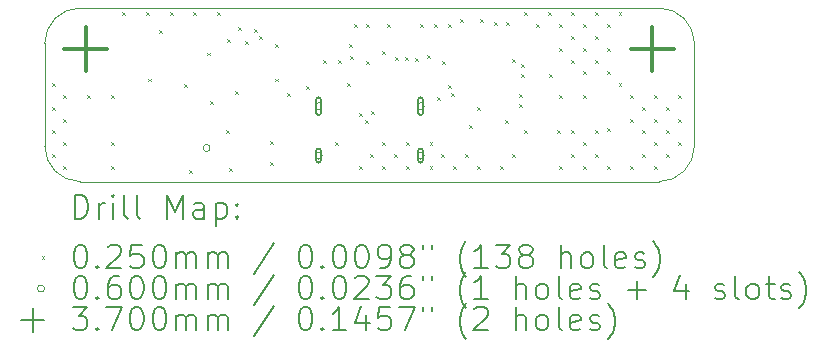
<source format=gbr>
%FSLAX45Y45*%
G04 Gerber Fmt 4.5, Leading zero omitted, Abs format (unit mm)*
G04 Created by KiCad (PCBNEW (6.0.0)) date 2022-11-14 23:44:42*
%MOMM*%
%LPD*%
G01*
G04 APERTURE LIST*
%TA.AperFunction,Profile*%
%ADD10C,0.050000*%
%TD*%
%ADD11C,0.200000*%
%ADD12C,0.025000*%
%ADD13C,0.060000*%
%ADD14C,0.370000*%
G04 APERTURE END LIST*
D10*
X11730000Y-9120000D02*
G75*
G03*
X12030000Y-9420000I300000J0D01*
G01*
X17230000Y-8250000D02*
X17230000Y-9120000D01*
X16930000Y-9420000D02*
X12030000Y-9420000D01*
X17230000Y-8250000D02*
G75*
G03*
X16930000Y-7950000I-300000J0D01*
G01*
X16930000Y-9420000D02*
G75*
G03*
X17230000Y-9120000I0J300000D01*
G01*
X12030000Y-7950000D02*
X16930000Y-7950000D01*
X12030000Y-7950000D02*
G75*
G03*
X11730000Y-8250000I0J-300000D01*
G01*
X11730000Y-8250000D02*
X11730000Y-9120000D01*
D11*
D12*
X11787500Y-8587500D02*
X11812500Y-8612500D01*
X11812500Y-8587500D02*
X11787500Y-8612500D01*
X11787500Y-8787500D02*
X11812500Y-8812500D01*
X11812500Y-8787500D02*
X11787500Y-8812500D01*
X11787500Y-8987500D02*
X11812500Y-9012500D01*
X11812500Y-8987500D02*
X11787500Y-9012500D01*
X11787500Y-9187500D02*
X11812500Y-9212500D01*
X11812500Y-9187500D02*
X11787500Y-9212500D01*
X11887500Y-8687500D02*
X11912500Y-8712500D01*
X11912500Y-8687500D02*
X11887500Y-8712500D01*
X11887500Y-8887500D02*
X11912500Y-8912500D01*
X11912500Y-8887500D02*
X11887500Y-8912500D01*
X11887500Y-9087500D02*
X11912500Y-9112500D01*
X11912500Y-9087500D02*
X11887500Y-9112500D01*
X11887500Y-9287500D02*
X11912500Y-9312500D01*
X11912500Y-9287500D02*
X11887500Y-9312500D01*
X12087500Y-8687500D02*
X12112500Y-8712500D01*
X12112500Y-8687500D02*
X12087500Y-8712500D01*
X12287500Y-8687500D02*
X12312500Y-8712500D01*
X12312500Y-8687500D02*
X12287500Y-8712500D01*
X12287500Y-9087500D02*
X12312500Y-9112500D01*
X12312500Y-9087500D02*
X12287500Y-9112500D01*
X12287500Y-9287500D02*
X12312500Y-9312500D01*
X12312500Y-9287500D02*
X12287500Y-9312500D01*
X12387500Y-7987500D02*
X12412500Y-8012500D01*
X12412500Y-7987500D02*
X12387500Y-8012500D01*
X12587500Y-7987500D02*
X12612500Y-8012500D01*
X12612500Y-7987500D02*
X12587500Y-8012500D01*
X12602500Y-8547500D02*
X12627500Y-8572500D01*
X12627500Y-8547500D02*
X12602500Y-8572500D01*
X12697500Y-8137500D02*
X12722500Y-8162500D01*
X12722500Y-8137500D02*
X12697500Y-8162500D01*
X12787500Y-7987500D02*
X12812500Y-8012500D01*
X12812500Y-7987500D02*
X12787500Y-8012500D01*
X12907500Y-8592500D02*
X12932500Y-8617500D01*
X12932500Y-8592500D02*
X12907500Y-8617500D01*
X12952500Y-9322500D02*
X12977500Y-9347500D01*
X12977500Y-9322500D02*
X12952500Y-9347500D01*
X12987500Y-7987500D02*
X13012500Y-8012500D01*
X13012500Y-7987500D02*
X12987500Y-8012500D01*
X13107500Y-8327500D02*
X13132500Y-8352500D01*
X13132500Y-8327500D02*
X13107500Y-8352500D01*
X13127163Y-8742163D02*
X13152163Y-8767163D01*
X13152163Y-8742163D02*
X13127163Y-8767163D01*
X13187500Y-7987500D02*
X13212500Y-8012500D01*
X13212500Y-7987500D02*
X13187500Y-8012500D01*
X13267500Y-8982500D02*
X13292500Y-9007500D01*
X13292500Y-8982500D02*
X13267500Y-9007500D01*
X13271700Y-8217100D02*
X13296700Y-8242100D01*
X13296700Y-8217100D02*
X13271700Y-8242100D01*
X13287500Y-9302500D02*
X13312500Y-9327500D01*
X13312500Y-9302500D02*
X13287500Y-9327500D01*
X13337500Y-8657500D02*
X13362500Y-8682500D01*
X13362500Y-8657500D02*
X13337500Y-8682500D01*
X13367500Y-8107950D02*
X13392500Y-8132950D01*
X13392500Y-8107950D02*
X13367500Y-8132950D01*
X13422500Y-8232500D02*
X13447500Y-8257500D01*
X13447500Y-8232500D02*
X13422500Y-8257500D01*
X13502500Y-8127500D02*
X13527500Y-8152500D01*
X13527500Y-8127500D02*
X13502500Y-8152500D01*
X13547500Y-8190000D02*
X13572500Y-8215000D01*
X13572500Y-8190000D02*
X13547500Y-8215000D01*
X13637500Y-9077500D02*
X13662500Y-9102500D01*
X13662500Y-9077500D02*
X13637500Y-9102500D01*
X13637500Y-9252500D02*
X13662500Y-9277500D01*
X13662500Y-9252500D02*
X13637500Y-9277500D01*
X13677500Y-8547500D02*
X13702500Y-8572500D01*
X13702500Y-8547500D02*
X13677500Y-8572500D01*
X13682500Y-8257500D02*
X13707500Y-8282500D01*
X13707500Y-8257500D02*
X13682500Y-8282500D01*
X13777500Y-8667500D02*
X13802500Y-8692500D01*
X13802500Y-8667500D02*
X13777500Y-8692500D01*
X13942500Y-8612500D02*
X13967500Y-8637500D01*
X13967500Y-8612500D02*
X13942500Y-8637500D01*
X14087500Y-8392500D02*
X14112500Y-8417500D01*
X14112500Y-8392500D02*
X14087500Y-8417500D01*
X14187500Y-9087500D02*
X14212500Y-9112500D01*
X14212500Y-9087500D02*
X14187500Y-9112500D01*
X14211500Y-8394900D02*
X14236500Y-8419900D01*
X14236500Y-8394900D02*
X14211500Y-8419900D01*
X14287500Y-8587500D02*
X14312500Y-8612500D01*
X14312500Y-8587500D02*
X14287500Y-8612500D01*
X14302500Y-8257500D02*
X14327500Y-8282500D01*
X14327500Y-8257500D02*
X14302500Y-8282500D01*
X14312837Y-8355504D02*
X14337837Y-8380504D01*
X14337837Y-8355504D02*
X14312837Y-8380504D01*
X14347500Y-8087500D02*
X14372500Y-8112500D01*
X14372500Y-8087500D02*
X14347500Y-8112500D01*
X14387500Y-9287500D02*
X14412500Y-9312500D01*
X14412500Y-9287500D02*
X14387500Y-9312500D01*
X14392500Y-8842500D02*
X14417500Y-8867500D01*
X14417500Y-8842500D02*
X14392500Y-8867500D01*
X14442500Y-8902500D02*
X14467500Y-8927500D01*
X14467500Y-8902500D02*
X14442500Y-8927500D01*
X14452500Y-8087500D02*
X14477500Y-8112500D01*
X14477500Y-8087500D02*
X14452500Y-8112500D01*
X14452500Y-8402500D02*
X14477500Y-8427500D01*
X14477500Y-8402500D02*
X14452500Y-8427500D01*
X14487500Y-9187500D02*
X14512500Y-9212500D01*
X14512500Y-9187500D02*
X14487500Y-9212500D01*
X14490337Y-8820337D02*
X14515337Y-8845337D01*
X14515337Y-8820337D02*
X14490337Y-8845337D01*
X14587447Y-8312550D02*
X14612447Y-8337550D01*
X14612447Y-8312550D02*
X14587447Y-8337550D01*
X14587500Y-9087500D02*
X14612500Y-9112500D01*
X14612500Y-9087500D02*
X14587500Y-9112500D01*
X14587500Y-9287500D02*
X14612500Y-9312500D01*
X14612500Y-9287500D02*
X14587500Y-9312500D01*
X14627500Y-8087500D02*
X14652500Y-8112500D01*
X14652500Y-8087500D02*
X14627500Y-8112500D01*
X14687500Y-9187500D02*
X14712500Y-9212500D01*
X14712500Y-9187500D02*
X14687500Y-9212500D01*
X14697500Y-8362500D02*
X14722500Y-8387500D01*
X14722500Y-8362500D02*
X14697500Y-8387500D01*
X14777500Y-8367500D02*
X14802500Y-8392500D01*
X14802500Y-8367500D02*
X14777500Y-8392500D01*
X14787500Y-9087500D02*
X14812500Y-9112500D01*
X14812500Y-9087500D02*
X14787500Y-9112500D01*
X14787500Y-9287500D02*
X14812500Y-9312500D01*
X14812500Y-9287500D02*
X14787500Y-9312500D01*
X14862500Y-8372500D02*
X14887500Y-8397500D01*
X14887500Y-8372500D02*
X14862500Y-8397500D01*
X14907500Y-8087500D02*
X14932500Y-8112500D01*
X14932500Y-8087500D02*
X14907500Y-8112500D01*
X14967500Y-8347500D02*
X14992500Y-8372500D01*
X14992500Y-8347500D02*
X14967500Y-8372500D01*
X14987500Y-9087500D02*
X15012500Y-9112500D01*
X15012500Y-9087500D02*
X14987500Y-9112500D01*
X14987500Y-9287500D02*
X15012500Y-9312500D01*
X15012500Y-9287500D02*
X14987500Y-9312500D01*
X15027500Y-8087500D02*
X15052500Y-8112500D01*
X15052500Y-8087500D02*
X15027500Y-8112500D01*
X15047500Y-8707500D02*
X15072500Y-8732500D01*
X15072500Y-8707500D02*
X15047500Y-8732500D01*
X15087500Y-9187500D02*
X15112500Y-9212500D01*
X15112500Y-9187500D02*
X15087500Y-9212500D01*
X15092724Y-8397827D02*
X15117724Y-8422827D01*
X15117724Y-8397827D02*
X15092724Y-8422827D01*
X15142500Y-8602500D02*
X15167500Y-8627500D01*
X15167500Y-8602500D02*
X15142500Y-8627500D01*
X15147500Y-8087500D02*
X15172500Y-8112500D01*
X15172500Y-8087500D02*
X15147500Y-8112500D01*
X15172500Y-8672500D02*
X15197500Y-8697500D01*
X15197500Y-8672500D02*
X15172500Y-8697500D01*
X15187500Y-9287500D02*
X15212500Y-9312500D01*
X15212500Y-9287500D02*
X15187500Y-9312500D01*
X15247500Y-8047500D02*
X15272500Y-8072500D01*
X15272500Y-8047500D02*
X15247500Y-8072500D01*
X15287500Y-9187500D02*
X15312500Y-9212500D01*
X15312500Y-9187500D02*
X15287500Y-9212500D01*
X15322500Y-8942500D02*
X15347500Y-8967500D01*
X15347500Y-8942500D02*
X15322500Y-8967500D01*
X15387500Y-8787500D02*
X15412500Y-8812500D01*
X15412500Y-8787500D02*
X15387500Y-8812500D01*
X15387500Y-9287500D02*
X15412500Y-9312500D01*
X15412500Y-9287500D02*
X15387500Y-9312500D01*
X15417500Y-8047500D02*
X15442500Y-8072500D01*
X15442500Y-8047500D02*
X15417500Y-8072500D01*
X15537500Y-8067500D02*
X15562500Y-8092500D01*
X15562500Y-8067500D02*
X15537500Y-8092500D01*
X15587500Y-9287500D02*
X15612500Y-9312500D01*
X15612500Y-9287500D02*
X15587500Y-9312500D01*
X15627500Y-8897500D02*
X15652500Y-8922500D01*
X15652500Y-8897500D02*
X15627500Y-8922500D01*
X15637500Y-8072500D02*
X15662500Y-8097500D01*
X15662500Y-8072500D02*
X15637500Y-8097500D01*
X15687500Y-8380550D02*
X15712500Y-8405550D01*
X15712500Y-8380550D02*
X15687500Y-8405550D01*
X15687500Y-9187500D02*
X15712500Y-9212500D01*
X15712500Y-9187500D02*
X15687500Y-9212500D01*
X15742500Y-8682500D02*
X15767500Y-8707500D01*
X15767500Y-8682500D02*
X15742500Y-8707500D01*
X15742500Y-8767500D02*
X15767500Y-8792500D01*
X15767500Y-8767500D02*
X15742500Y-8792500D01*
X15762500Y-8422500D02*
X15787500Y-8447500D01*
X15787500Y-8422500D02*
X15762500Y-8447500D01*
X15762500Y-8512500D02*
X15787500Y-8537500D01*
X15787500Y-8512500D02*
X15762500Y-8537500D01*
X15787500Y-7987500D02*
X15812500Y-8012500D01*
X15812500Y-7987500D02*
X15787500Y-8012500D01*
X15787500Y-8987500D02*
X15812500Y-9012500D01*
X15812500Y-8987500D02*
X15787500Y-9012500D01*
X15887500Y-8087500D02*
X15912500Y-8112500D01*
X15912500Y-8087500D02*
X15887500Y-8112500D01*
X15987500Y-7987500D02*
X16012500Y-8012500D01*
X16012500Y-7987500D02*
X15987500Y-8012500D01*
X15997500Y-8507500D02*
X16022500Y-8532500D01*
X16022500Y-8507500D02*
X15997500Y-8532500D01*
X16067500Y-8987500D02*
X16092500Y-9012500D01*
X16092500Y-8987500D02*
X16067500Y-9012500D01*
X16087500Y-8087500D02*
X16112500Y-8112500D01*
X16112500Y-8087500D02*
X16087500Y-8112500D01*
X16087500Y-8287500D02*
X16112500Y-8312500D01*
X16112500Y-8287500D02*
X16087500Y-8312500D01*
X16087500Y-8687500D02*
X16112500Y-8712500D01*
X16112500Y-8687500D02*
X16087500Y-8712500D01*
X16087500Y-9287500D02*
X16112500Y-9312500D01*
X16112500Y-9287500D02*
X16087500Y-9312500D01*
X16187500Y-7987500D02*
X16212500Y-8012500D01*
X16212500Y-7987500D02*
X16187500Y-8012500D01*
X16187500Y-8187500D02*
X16212500Y-8212500D01*
X16212500Y-8187500D02*
X16187500Y-8212500D01*
X16187500Y-8387500D02*
X16212500Y-8412500D01*
X16212500Y-8387500D02*
X16187500Y-8412500D01*
X16187500Y-8987500D02*
X16212500Y-9012500D01*
X16212500Y-8987500D02*
X16187500Y-9012500D01*
X16187500Y-9187500D02*
X16212500Y-9212500D01*
X16212500Y-9187500D02*
X16187500Y-9212500D01*
X16287500Y-8087500D02*
X16312500Y-8112500D01*
X16312500Y-8087500D02*
X16287500Y-8112500D01*
X16287500Y-8287500D02*
X16312500Y-8312500D01*
X16312500Y-8287500D02*
X16287500Y-8312500D01*
X16287500Y-8487500D02*
X16312500Y-8512500D01*
X16312500Y-8487500D02*
X16287500Y-8512500D01*
X16287500Y-8687500D02*
X16312500Y-8712500D01*
X16312500Y-8687500D02*
X16287500Y-8712500D01*
X16287500Y-9087500D02*
X16312500Y-9112500D01*
X16312500Y-9087500D02*
X16287500Y-9112500D01*
X16287500Y-9287500D02*
X16312500Y-9312500D01*
X16312500Y-9287500D02*
X16287500Y-9312500D01*
X16387500Y-7987500D02*
X16412500Y-8012500D01*
X16412500Y-7987500D02*
X16387500Y-8012500D01*
X16387500Y-8187500D02*
X16412500Y-8212500D01*
X16412500Y-8187500D02*
X16387500Y-8212500D01*
X16387500Y-8387500D02*
X16412500Y-8412500D01*
X16412500Y-8387500D02*
X16387500Y-8412500D01*
X16387500Y-8987500D02*
X16412500Y-9012500D01*
X16412500Y-8987500D02*
X16387500Y-9012500D01*
X16387500Y-9187500D02*
X16412500Y-9212500D01*
X16412500Y-9187500D02*
X16387500Y-9212500D01*
X16487500Y-8087500D02*
X16512500Y-8112500D01*
X16512500Y-8087500D02*
X16487500Y-8112500D01*
X16487500Y-8287500D02*
X16512500Y-8312500D01*
X16512500Y-8287500D02*
X16487500Y-8312500D01*
X16487500Y-8487500D02*
X16512500Y-8512500D01*
X16512500Y-8487500D02*
X16487500Y-8512500D01*
X16487500Y-8967500D02*
X16512500Y-8992500D01*
X16512500Y-8967500D02*
X16487500Y-8992500D01*
X16487500Y-9287500D02*
X16512500Y-9312500D01*
X16512500Y-9287500D02*
X16487500Y-9312500D01*
X16587500Y-7987500D02*
X16612500Y-8012500D01*
X16612500Y-7987500D02*
X16587500Y-8012500D01*
X16587500Y-8587500D02*
X16612500Y-8612500D01*
X16612500Y-8587500D02*
X16587500Y-8612500D01*
X16687500Y-8687500D02*
X16712500Y-8712500D01*
X16712500Y-8687500D02*
X16687500Y-8712500D01*
X16687500Y-8887500D02*
X16712500Y-8912500D01*
X16712500Y-8887500D02*
X16687500Y-8912500D01*
X16687500Y-9287500D02*
X16712500Y-9312500D01*
X16712500Y-9287500D02*
X16687500Y-9312500D01*
X16787500Y-8787500D02*
X16812500Y-8812500D01*
X16812500Y-8787500D02*
X16787500Y-8812500D01*
X16787500Y-8987500D02*
X16812500Y-9012500D01*
X16812500Y-8987500D02*
X16787500Y-9012500D01*
X16787500Y-9187500D02*
X16812500Y-9212500D01*
X16812500Y-9187500D02*
X16787500Y-9212500D01*
X16887500Y-8687500D02*
X16912500Y-8712500D01*
X16912500Y-8687500D02*
X16887500Y-8712500D01*
X16887500Y-8887500D02*
X16912500Y-8912500D01*
X16912500Y-8887500D02*
X16887500Y-8912500D01*
X16887500Y-9087500D02*
X16912500Y-9112500D01*
X16912500Y-9087500D02*
X16887500Y-9112500D01*
X16887500Y-9287500D02*
X16912500Y-9312500D01*
X16912500Y-9287500D02*
X16887500Y-9312500D01*
X16987500Y-8787500D02*
X17012500Y-8812500D01*
X17012500Y-8787500D02*
X16987500Y-8812500D01*
X16987500Y-8987500D02*
X17012500Y-9012500D01*
X17012500Y-8987500D02*
X16987500Y-9012500D01*
X16987500Y-9187500D02*
X17012500Y-9212500D01*
X17012500Y-9187500D02*
X16987500Y-9212500D01*
X17087500Y-8687500D02*
X17112500Y-8712500D01*
X17112500Y-8687500D02*
X17087500Y-8712500D01*
X17087500Y-8887500D02*
X17112500Y-8912500D01*
X17112500Y-8887500D02*
X17087500Y-8912500D01*
X17087500Y-9087500D02*
X17112500Y-9112500D01*
X17112500Y-9087500D02*
X17087500Y-9112500D01*
D13*
X13130000Y-9135000D02*
G75*
G03*
X13130000Y-9135000I-30000J0D01*
G01*
X14078000Y-8782000D02*
G75*
G03*
X14078000Y-8782000I-30000J0D01*
G01*
D11*
X14028000Y-8727000D02*
X14028000Y-8837000D01*
X14068000Y-8727000D02*
X14068000Y-8837000D01*
X14028000Y-8837000D02*
G75*
G03*
X14068000Y-8837000I20000J0D01*
G01*
X14068000Y-8727000D02*
G75*
G03*
X14028000Y-8727000I-20000J0D01*
G01*
D13*
X14078000Y-9200000D02*
G75*
G03*
X14078000Y-9200000I-30000J0D01*
G01*
D11*
X14028000Y-9160000D02*
X14028000Y-9240000D01*
X14068000Y-9160000D02*
X14068000Y-9240000D01*
X14028000Y-9240000D02*
G75*
G03*
X14068000Y-9240000I20000J0D01*
G01*
X14068000Y-9160000D02*
G75*
G03*
X14028000Y-9160000I-20000J0D01*
G01*
D13*
X14942000Y-8782000D02*
G75*
G03*
X14942000Y-8782000I-30000J0D01*
G01*
D11*
X14892000Y-8727000D02*
X14892000Y-8837000D01*
X14932000Y-8727000D02*
X14932000Y-8837000D01*
X14892000Y-8837000D02*
G75*
G03*
X14932000Y-8837000I20000J0D01*
G01*
X14932000Y-8727000D02*
G75*
G03*
X14892000Y-8727000I-20000J0D01*
G01*
D13*
X14942000Y-9200000D02*
G75*
G03*
X14942000Y-9200000I-30000J0D01*
G01*
D11*
X14892000Y-9160000D02*
X14892000Y-9240000D01*
X14932000Y-9160000D02*
X14932000Y-9240000D01*
X14892000Y-9240000D02*
G75*
G03*
X14932000Y-9240000I20000J0D01*
G01*
X14932000Y-9160000D02*
G75*
G03*
X14892000Y-9160000I-20000J0D01*
G01*
D14*
X12075000Y-8110000D02*
X12075000Y-8480000D01*
X11890000Y-8295000D02*
X12260000Y-8295000D01*
X16875000Y-8110000D02*
X16875000Y-8480000D01*
X16690000Y-8295000D02*
X17060000Y-8295000D01*
D11*
X11985119Y-9732976D02*
X11985119Y-9532976D01*
X12032738Y-9532976D01*
X12061309Y-9542500D01*
X12080357Y-9561548D01*
X12089881Y-9580595D01*
X12099405Y-9618690D01*
X12099405Y-9647262D01*
X12089881Y-9685357D01*
X12080357Y-9704405D01*
X12061309Y-9723452D01*
X12032738Y-9732976D01*
X11985119Y-9732976D01*
X12185119Y-9732976D02*
X12185119Y-9599643D01*
X12185119Y-9637738D02*
X12194643Y-9618690D01*
X12204167Y-9609167D01*
X12223214Y-9599643D01*
X12242262Y-9599643D01*
X12308928Y-9732976D02*
X12308928Y-9599643D01*
X12308928Y-9532976D02*
X12299405Y-9542500D01*
X12308928Y-9552024D01*
X12318452Y-9542500D01*
X12308928Y-9532976D01*
X12308928Y-9552024D01*
X12432738Y-9732976D02*
X12413690Y-9723452D01*
X12404167Y-9704405D01*
X12404167Y-9532976D01*
X12537500Y-9732976D02*
X12518452Y-9723452D01*
X12508928Y-9704405D01*
X12508928Y-9532976D01*
X12766071Y-9732976D02*
X12766071Y-9532976D01*
X12832738Y-9675833D01*
X12899405Y-9532976D01*
X12899405Y-9732976D01*
X13080357Y-9732976D02*
X13080357Y-9628214D01*
X13070833Y-9609167D01*
X13051786Y-9599643D01*
X13013690Y-9599643D01*
X12994643Y-9609167D01*
X13080357Y-9723452D02*
X13061309Y-9732976D01*
X13013690Y-9732976D01*
X12994643Y-9723452D01*
X12985119Y-9704405D01*
X12985119Y-9685357D01*
X12994643Y-9666310D01*
X13013690Y-9656786D01*
X13061309Y-9656786D01*
X13080357Y-9647262D01*
X13175595Y-9599643D02*
X13175595Y-9799643D01*
X13175595Y-9609167D02*
X13194643Y-9599643D01*
X13232738Y-9599643D01*
X13251786Y-9609167D01*
X13261309Y-9618690D01*
X13270833Y-9637738D01*
X13270833Y-9694881D01*
X13261309Y-9713929D01*
X13251786Y-9723452D01*
X13232738Y-9732976D01*
X13194643Y-9732976D01*
X13175595Y-9723452D01*
X13356548Y-9713929D02*
X13366071Y-9723452D01*
X13356548Y-9732976D01*
X13347024Y-9723452D01*
X13356548Y-9713929D01*
X13356548Y-9732976D01*
X13356548Y-9609167D02*
X13366071Y-9618690D01*
X13356548Y-9628214D01*
X13347024Y-9618690D01*
X13356548Y-9609167D01*
X13356548Y-9628214D01*
D12*
X11702500Y-10050000D02*
X11727500Y-10075000D01*
X11727500Y-10050000D02*
X11702500Y-10075000D01*
D11*
X12023214Y-9952976D02*
X12042262Y-9952976D01*
X12061309Y-9962500D01*
X12070833Y-9972024D01*
X12080357Y-9991071D01*
X12089881Y-10029167D01*
X12089881Y-10076786D01*
X12080357Y-10114881D01*
X12070833Y-10133929D01*
X12061309Y-10143452D01*
X12042262Y-10152976D01*
X12023214Y-10152976D01*
X12004167Y-10143452D01*
X11994643Y-10133929D01*
X11985119Y-10114881D01*
X11975595Y-10076786D01*
X11975595Y-10029167D01*
X11985119Y-9991071D01*
X11994643Y-9972024D01*
X12004167Y-9962500D01*
X12023214Y-9952976D01*
X12175595Y-10133929D02*
X12185119Y-10143452D01*
X12175595Y-10152976D01*
X12166071Y-10143452D01*
X12175595Y-10133929D01*
X12175595Y-10152976D01*
X12261309Y-9972024D02*
X12270833Y-9962500D01*
X12289881Y-9952976D01*
X12337500Y-9952976D01*
X12356548Y-9962500D01*
X12366071Y-9972024D01*
X12375595Y-9991071D01*
X12375595Y-10010119D01*
X12366071Y-10038690D01*
X12251786Y-10152976D01*
X12375595Y-10152976D01*
X12556548Y-9952976D02*
X12461309Y-9952976D01*
X12451786Y-10048214D01*
X12461309Y-10038690D01*
X12480357Y-10029167D01*
X12527976Y-10029167D01*
X12547024Y-10038690D01*
X12556548Y-10048214D01*
X12566071Y-10067262D01*
X12566071Y-10114881D01*
X12556548Y-10133929D01*
X12547024Y-10143452D01*
X12527976Y-10152976D01*
X12480357Y-10152976D01*
X12461309Y-10143452D01*
X12451786Y-10133929D01*
X12689881Y-9952976D02*
X12708928Y-9952976D01*
X12727976Y-9962500D01*
X12737500Y-9972024D01*
X12747024Y-9991071D01*
X12756548Y-10029167D01*
X12756548Y-10076786D01*
X12747024Y-10114881D01*
X12737500Y-10133929D01*
X12727976Y-10143452D01*
X12708928Y-10152976D01*
X12689881Y-10152976D01*
X12670833Y-10143452D01*
X12661309Y-10133929D01*
X12651786Y-10114881D01*
X12642262Y-10076786D01*
X12642262Y-10029167D01*
X12651786Y-9991071D01*
X12661309Y-9972024D01*
X12670833Y-9962500D01*
X12689881Y-9952976D01*
X12842262Y-10152976D02*
X12842262Y-10019643D01*
X12842262Y-10038690D02*
X12851786Y-10029167D01*
X12870833Y-10019643D01*
X12899405Y-10019643D01*
X12918452Y-10029167D01*
X12927976Y-10048214D01*
X12927976Y-10152976D01*
X12927976Y-10048214D02*
X12937500Y-10029167D01*
X12956548Y-10019643D01*
X12985119Y-10019643D01*
X13004167Y-10029167D01*
X13013690Y-10048214D01*
X13013690Y-10152976D01*
X13108928Y-10152976D02*
X13108928Y-10019643D01*
X13108928Y-10038690D02*
X13118452Y-10029167D01*
X13137500Y-10019643D01*
X13166071Y-10019643D01*
X13185119Y-10029167D01*
X13194643Y-10048214D01*
X13194643Y-10152976D01*
X13194643Y-10048214D02*
X13204167Y-10029167D01*
X13223214Y-10019643D01*
X13251786Y-10019643D01*
X13270833Y-10029167D01*
X13280357Y-10048214D01*
X13280357Y-10152976D01*
X13670833Y-9943452D02*
X13499405Y-10200595D01*
X13927976Y-9952976D02*
X13947024Y-9952976D01*
X13966071Y-9962500D01*
X13975595Y-9972024D01*
X13985119Y-9991071D01*
X13994643Y-10029167D01*
X13994643Y-10076786D01*
X13985119Y-10114881D01*
X13975595Y-10133929D01*
X13966071Y-10143452D01*
X13947024Y-10152976D01*
X13927976Y-10152976D01*
X13908928Y-10143452D01*
X13899405Y-10133929D01*
X13889881Y-10114881D01*
X13880357Y-10076786D01*
X13880357Y-10029167D01*
X13889881Y-9991071D01*
X13899405Y-9972024D01*
X13908928Y-9962500D01*
X13927976Y-9952976D01*
X14080357Y-10133929D02*
X14089881Y-10143452D01*
X14080357Y-10152976D01*
X14070833Y-10143452D01*
X14080357Y-10133929D01*
X14080357Y-10152976D01*
X14213690Y-9952976D02*
X14232738Y-9952976D01*
X14251786Y-9962500D01*
X14261309Y-9972024D01*
X14270833Y-9991071D01*
X14280357Y-10029167D01*
X14280357Y-10076786D01*
X14270833Y-10114881D01*
X14261309Y-10133929D01*
X14251786Y-10143452D01*
X14232738Y-10152976D01*
X14213690Y-10152976D01*
X14194643Y-10143452D01*
X14185119Y-10133929D01*
X14175595Y-10114881D01*
X14166071Y-10076786D01*
X14166071Y-10029167D01*
X14175595Y-9991071D01*
X14185119Y-9972024D01*
X14194643Y-9962500D01*
X14213690Y-9952976D01*
X14404167Y-9952976D02*
X14423214Y-9952976D01*
X14442262Y-9962500D01*
X14451786Y-9972024D01*
X14461309Y-9991071D01*
X14470833Y-10029167D01*
X14470833Y-10076786D01*
X14461309Y-10114881D01*
X14451786Y-10133929D01*
X14442262Y-10143452D01*
X14423214Y-10152976D01*
X14404167Y-10152976D01*
X14385119Y-10143452D01*
X14375595Y-10133929D01*
X14366071Y-10114881D01*
X14356548Y-10076786D01*
X14356548Y-10029167D01*
X14366071Y-9991071D01*
X14375595Y-9972024D01*
X14385119Y-9962500D01*
X14404167Y-9952976D01*
X14566071Y-10152976D02*
X14604167Y-10152976D01*
X14623214Y-10143452D01*
X14632738Y-10133929D01*
X14651786Y-10105357D01*
X14661309Y-10067262D01*
X14661309Y-9991071D01*
X14651786Y-9972024D01*
X14642262Y-9962500D01*
X14623214Y-9952976D01*
X14585119Y-9952976D01*
X14566071Y-9962500D01*
X14556548Y-9972024D01*
X14547024Y-9991071D01*
X14547024Y-10038690D01*
X14556548Y-10057738D01*
X14566071Y-10067262D01*
X14585119Y-10076786D01*
X14623214Y-10076786D01*
X14642262Y-10067262D01*
X14651786Y-10057738D01*
X14661309Y-10038690D01*
X14775595Y-10038690D02*
X14756548Y-10029167D01*
X14747024Y-10019643D01*
X14737500Y-10000595D01*
X14737500Y-9991071D01*
X14747024Y-9972024D01*
X14756548Y-9962500D01*
X14775595Y-9952976D01*
X14813690Y-9952976D01*
X14832738Y-9962500D01*
X14842262Y-9972024D01*
X14851786Y-9991071D01*
X14851786Y-10000595D01*
X14842262Y-10019643D01*
X14832738Y-10029167D01*
X14813690Y-10038690D01*
X14775595Y-10038690D01*
X14756548Y-10048214D01*
X14747024Y-10057738D01*
X14737500Y-10076786D01*
X14737500Y-10114881D01*
X14747024Y-10133929D01*
X14756548Y-10143452D01*
X14775595Y-10152976D01*
X14813690Y-10152976D01*
X14832738Y-10143452D01*
X14842262Y-10133929D01*
X14851786Y-10114881D01*
X14851786Y-10076786D01*
X14842262Y-10057738D01*
X14832738Y-10048214D01*
X14813690Y-10038690D01*
X14927976Y-9952976D02*
X14927976Y-9991071D01*
X15004167Y-9952976D02*
X15004167Y-9991071D01*
X15299405Y-10229167D02*
X15289881Y-10219643D01*
X15270833Y-10191071D01*
X15261309Y-10172024D01*
X15251786Y-10143452D01*
X15242262Y-10095833D01*
X15242262Y-10057738D01*
X15251786Y-10010119D01*
X15261309Y-9981548D01*
X15270833Y-9962500D01*
X15289881Y-9933929D01*
X15299405Y-9924405D01*
X15480357Y-10152976D02*
X15366071Y-10152976D01*
X15423214Y-10152976D02*
X15423214Y-9952976D01*
X15404167Y-9981548D01*
X15385119Y-10000595D01*
X15366071Y-10010119D01*
X15547024Y-9952976D02*
X15670833Y-9952976D01*
X15604167Y-10029167D01*
X15632738Y-10029167D01*
X15651786Y-10038690D01*
X15661309Y-10048214D01*
X15670833Y-10067262D01*
X15670833Y-10114881D01*
X15661309Y-10133929D01*
X15651786Y-10143452D01*
X15632738Y-10152976D01*
X15575595Y-10152976D01*
X15556548Y-10143452D01*
X15547024Y-10133929D01*
X15785119Y-10038690D02*
X15766071Y-10029167D01*
X15756548Y-10019643D01*
X15747024Y-10000595D01*
X15747024Y-9991071D01*
X15756548Y-9972024D01*
X15766071Y-9962500D01*
X15785119Y-9952976D01*
X15823214Y-9952976D01*
X15842262Y-9962500D01*
X15851786Y-9972024D01*
X15861309Y-9991071D01*
X15861309Y-10000595D01*
X15851786Y-10019643D01*
X15842262Y-10029167D01*
X15823214Y-10038690D01*
X15785119Y-10038690D01*
X15766071Y-10048214D01*
X15756548Y-10057738D01*
X15747024Y-10076786D01*
X15747024Y-10114881D01*
X15756548Y-10133929D01*
X15766071Y-10143452D01*
X15785119Y-10152976D01*
X15823214Y-10152976D01*
X15842262Y-10143452D01*
X15851786Y-10133929D01*
X15861309Y-10114881D01*
X15861309Y-10076786D01*
X15851786Y-10057738D01*
X15842262Y-10048214D01*
X15823214Y-10038690D01*
X16099405Y-10152976D02*
X16099405Y-9952976D01*
X16185119Y-10152976D02*
X16185119Y-10048214D01*
X16175595Y-10029167D01*
X16156548Y-10019643D01*
X16127976Y-10019643D01*
X16108928Y-10029167D01*
X16099405Y-10038690D01*
X16308928Y-10152976D02*
X16289881Y-10143452D01*
X16280357Y-10133929D01*
X16270833Y-10114881D01*
X16270833Y-10057738D01*
X16280357Y-10038690D01*
X16289881Y-10029167D01*
X16308928Y-10019643D01*
X16337500Y-10019643D01*
X16356548Y-10029167D01*
X16366071Y-10038690D01*
X16375595Y-10057738D01*
X16375595Y-10114881D01*
X16366071Y-10133929D01*
X16356548Y-10143452D01*
X16337500Y-10152976D01*
X16308928Y-10152976D01*
X16489881Y-10152976D02*
X16470833Y-10143452D01*
X16461309Y-10124405D01*
X16461309Y-9952976D01*
X16642262Y-10143452D02*
X16623214Y-10152976D01*
X16585119Y-10152976D01*
X16566071Y-10143452D01*
X16556548Y-10124405D01*
X16556548Y-10048214D01*
X16566071Y-10029167D01*
X16585119Y-10019643D01*
X16623214Y-10019643D01*
X16642262Y-10029167D01*
X16651786Y-10048214D01*
X16651786Y-10067262D01*
X16556548Y-10086310D01*
X16727976Y-10143452D02*
X16747024Y-10152976D01*
X16785119Y-10152976D01*
X16804167Y-10143452D01*
X16813690Y-10124405D01*
X16813690Y-10114881D01*
X16804167Y-10095833D01*
X16785119Y-10086310D01*
X16756548Y-10086310D01*
X16737500Y-10076786D01*
X16727976Y-10057738D01*
X16727976Y-10048214D01*
X16737500Y-10029167D01*
X16756548Y-10019643D01*
X16785119Y-10019643D01*
X16804167Y-10029167D01*
X16880357Y-10229167D02*
X16889881Y-10219643D01*
X16908929Y-10191071D01*
X16918452Y-10172024D01*
X16927976Y-10143452D01*
X16937500Y-10095833D01*
X16937500Y-10057738D01*
X16927976Y-10010119D01*
X16918452Y-9981548D01*
X16908929Y-9962500D01*
X16889881Y-9933929D01*
X16880357Y-9924405D01*
D13*
X11727500Y-10326500D02*
G75*
G03*
X11727500Y-10326500I-30000J0D01*
G01*
D11*
X12023214Y-10216976D02*
X12042262Y-10216976D01*
X12061309Y-10226500D01*
X12070833Y-10236024D01*
X12080357Y-10255071D01*
X12089881Y-10293167D01*
X12089881Y-10340786D01*
X12080357Y-10378881D01*
X12070833Y-10397929D01*
X12061309Y-10407452D01*
X12042262Y-10416976D01*
X12023214Y-10416976D01*
X12004167Y-10407452D01*
X11994643Y-10397929D01*
X11985119Y-10378881D01*
X11975595Y-10340786D01*
X11975595Y-10293167D01*
X11985119Y-10255071D01*
X11994643Y-10236024D01*
X12004167Y-10226500D01*
X12023214Y-10216976D01*
X12175595Y-10397929D02*
X12185119Y-10407452D01*
X12175595Y-10416976D01*
X12166071Y-10407452D01*
X12175595Y-10397929D01*
X12175595Y-10416976D01*
X12356548Y-10216976D02*
X12318452Y-10216976D01*
X12299405Y-10226500D01*
X12289881Y-10236024D01*
X12270833Y-10264595D01*
X12261309Y-10302690D01*
X12261309Y-10378881D01*
X12270833Y-10397929D01*
X12280357Y-10407452D01*
X12299405Y-10416976D01*
X12337500Y-10416976D01*
X12356548Y-10407452D01*
X12366071Y-10397929D01*
X12375595Y-10378881D01*
X12375595Y-10331262D01*
X12366071Y-10312214D01*
X12356548Y-10302690D01*
X12337500Y-10293167D01*
X12299405Y-10293167D01*
X12280357Y-10302690D01*
X12270833Y-10312214D01*
X12261309Y-10331262D01*
X12499405Y-10216976D02*
X12518452Y-10216976D01*
X12537500Y-10226500D01*
X12547024Y-10236024D01*
X12556548Y-10255071D01*
X12566071Y-10293167D01*
X12566071Y-10340786D01*
X12556548Y-10378881D01*
X12547024Y-10397929D01*
X12537500Y-10407452D01*
X12518452Y-10416976D01*
X12499405Y-10416976D01*
X12480357Y-10407452D01*
X12470833Y-10397929D01*
X12461309Y-10378881D01*
X12451786Y-10340786D01*
X12451786Y-10293167D01*
X12461309Y-10255071D01*
X12470833Y-10236024D01*
X12480357Y-10226500D01*
X12499405Y-10216976D01*
X12689881Y-10216976D02*
X12708928Y-10216976D01*
X12727976Y-10226500D01*
X12737500Y-10236024D01*
X12747024Y-10255071D01*
X12756548Y-10293167D01*
X12756548Y-10340786D01*
X12747024Y-10378881D01*
X12737500Y-10397929D01*
X12727976Y-10407452D01*
X12708928Y-10416976D01*
X12689881Y-10416976D01*
X12670833Y-10407452D01*
X12661309Y-10397929D01*
X12651786Y-10378881D01*
X12642262Y-10340786D01*
X12642262Y-10293167D01*
X12651786Y-10255071D01*
X12661309Y-10236024D01*
X12670833Y-10226500D01*
X12689881Y-10216976D01*
X12842262Y-10416976D02*
X12842262Y-10283643D01*
X12842262Y-10302690D02*
X12851786Y-10293167D01*
X12870833Y-10283643D01*
X12899405Y-10283643D01*
X12918452Y-10293167D01*
X12927976Y-10312214D01*
X12927976Y-10416976D01*
X12927976Y-10312214D02*
X12937500Y-10293167D01*
X12956548Y-10283643D01*
X12985119Y-10283643D01*
X13004167Y-10293167D01*
X13013690Y-10312214D01*
X13013690Y-10416976D01*
X13108928Y-10416976D02*
X13108928Y-10283643D01*
X13108928Y-10302690D02*
X13118452Y-10293167D01*
X13137500Y-10283643D01*
X13166071Y-10283643D01*
X13185119Y-10293167D01*
X13194643Y-10312214D01*
X13194643Y-10416976D01*
X13194643Y-10312214D02*
X13204167Y-10293167D01*
X13223214Y-10283643D01*
X13251786Y-10283643D01*
X13270833Y-10293167D01*
X13280357Y-10312214D01*
X13280357Y-10416976D01*
X13670833Y-10207452D02*
X13499405Y-10464595D01*
X13927976Y-10216976D02*
X13947024Y-10216976D01*
X13966071Y-10226500D01*
X13975595Y-10236024D01*
X13985119Y-10255071D01*
X13994643Y-10293167D01*
X13994643Y-10340786D01*
X13985119Y-10378881D01*
X13975595Y-10397929D01*
X13966071Y-10407452D01*
X13947024Y-10416976D01*
X13927976Y-10416976D01*
X13908928Y-10407452D01*
X13899405Y-10397929D01*
X13889881Y-10378881D01*
X13880357Y-10340786D01*
X13880357Y-10293167D01*
X13889881Y-10255071D01*
X13899405Y-10236024D01*
X13908928Y-10226500D01*
X13927976Y-10216976D01*
X14080357Y-10397929D02*
X14089881Y-10407452D01*
X14080357Y-10416976D01*
X14070833Y-10407452D01*
X14080357Y-10397929D01*
X14080357Y-10416976D01*
X14213690Y-10216976D02*
X14232738Y-10216976D01*
X14251786Y-10226500D01*
X14261309Y-10236024D01*
X14270833Y-10255071D01*
X14280357Y-10293167D01*
X14280357Y-10340786D01*
X14270833Y-10378881D01*
X14261309Y-10397929D01*
X14251786Y-10407452D01*
X14232738Y-10416976D01*
X14213690Y-10416976D01*
X14194643Y-10407452D01*
X14185119Y-10397929D01*
X14175595Y-10378881D01*
X14166071Y-10340786D01*
X14166071Y-10293167D01*
X14175595Y-10255071D01*
X14185119Y-10236024D01*
X14194643Y-10226500D01*
X14213690Y-10216976D01*
X14356548Y-10236024D02*
X14366071Y-10226500D01*
X14385119Y-10216976D01*
X14432738Y-10216976D01*
X14451786Y-10226500D01*
X14461309Y-10236024D01*
X14470833Y-10255071D01*
X14470833Y-10274119D01*
X14461309Y-10302690D01*
X14347024Y-10416976D01*
X14470833Y-10416976D01*
X14537500Y-10216976D02*
X14661309Y-10216976D01*
X14594643Y-10293167D01*
X14623214Y-10293167D01*
X14642262Y-10302690D01*
X14651786Y-10312214D01*
X14661309Y-10331262D01*
X14661309Y-10378881D01*
X14651786Y-10397929D01*
X14642262Y-10407452D01*
X14623214Y-10416976D01*
X14566071Y-10416976D01*
X14547024Y-10407452D01*
X14537500Y-10397929D01*
X14832738Y-10216976D02*
X14794643Y-10216976D01*
X14775595Y-10226500D01*
X14766071Y-10236024D01*
X14747024Y-10264595D01*
X14737500Y-10302690D01*
X14737500Y-10378881D01*
X14747024Y-10397929D01*
X14756548Y-10407452D01*
X14775595Y-10416976D01*
X14813690Y-10416976D01*
X14832738Y-10407452D01*
X14842262Y-10397929D01*
X14851786Y-10378881D01*
X14851786Y-10331262D01*
X14842262Y-10312214D01*
X14832738Y-10302690D01*
X14813690Y-10293167D01*
X14775595Y-10293167D01*
X14756548Y-10302690D01*
X14747024Y-10312214D01*
X14737500Y-10331262D01*
X14927976Y-10216976D02*
X14927976Y-10255071D01*
X15004167Y-10216976D02*
X15004167Y-10255071D01*
X15299405Y-10493167D02*
X15289881Y-10483643D01*
X15270833Y-10455071D01*
X15261309Y-10436024D01*
X15251786Y-10407452D01*
X15242262Y-10359833D01*
X15242262Y-10321738D01*
X15251786Y-10274119D01*
X15261309Y-10245548D01*
X15270833Y-10226500D01*
X15289881Y-10197929D01*
X15299405Y-10188405D01*
X15480357Y-10416976D02*
X15366071Y-10416976D01*
X15423214Y-10416976D02*
X15423214Y-10216976D01*
X15404167Y-10245548D01*
X15385119Y-10264595D01*
X15366071Y-10274119D01*
X15718452Y-10416976D02*
X15718452Y-10216976D01*
X15804167Y-10416976D02*
X15804167Y-10312214D01*
X15794643Y-10293167D01*
X15775595Y-10283643D01*
X15747024Y-10283643D01*
X15727976Y-10293167D01*
X15718452Y-10302690D01*
X15927976Y-10416976D02*
X15908928Y-10407452D01*
X15899405Y-10397929D01*
X15889881Y-10378881D01*
X15889881Y-10321738D01*
X15899405Y-10302690D01*
X15908928Y-10293167D01*
X15927976Y-10283643D01*
X15956548Y-10283643D01*
X15975595Y-10293167D01*
X15985119Y-10302690D01*
X15994643Y-10321738D01*
X15994643Y-10378881D01*
X15985119Y-10397929D01*
X15975595Y-10407452D01*
X15956548Y-10416976D01*
X15927976Y-10416976D01*
X16108928Y-10416976D02*
X16089881Y-10407452D01*
X16080357Y-10388405D01*
X16080357Y-10216976D01*
X16261309Y-10407452D02*
X16242262Y-10416976D01*
X16204167Y-10416976D01*
X16185119Y-10407452D01*
X16175595Y-10388405D01*
X16175595Y-10312214D01*
X16185119Y-10293167D01*
X16204167Y-10283643D01*
X16242262Y-10283643D01*
X16261309Y-10293167D01*
X16270833Y-10312214D01*
X16270833Y-10331262D01*
X16175595Y-10350310D01*
X16347024Y-10407452D02*
X16366071Y-10416976D01*
X16404167Y-10416976D01*
X16423214Y-10407452D01*
X16432738Y-10388405D01*
X16432738Y-10378881D01*
X16423214Y-10359833D01*
X16404167Y-10350310D01*
X16375595Y-10350310D01*
X16356548Y-10340786D01*
X16347024Y-10321738D01*
X16347024Y-10312214D01*
X16356548Y-10293167D01*
X16375595Y-10283643D01*
X16404167Y-10283643D01*
X16423214Y-10293167D01*
X16670833Y-10340786D02*
X16823214Y-10340786D01*
X16747024Y-10416976D02*
X16747024Y-10264595D01*
X17156548Y-10283643D02*
X17156548Y-10416976D01*
X17108929Y-10207452D02*
X17061310Y-10350310D01*
X17185119Y-10350310D01*
X17404167Y-10407452D02*
X17423214Y-10416976D01*
X17461310Y-10416976D01*
X17480357Y-10407452D01*
X17489881Y-10388405D01*
X17489881Y-10378881D01*
X17480357Y-10359833D01*
X17461310Y-10350310D01*
X17432738Y-10350310D01*
X17413690Y-10340786D01*
X17404167Y-10321738D01*
X17404167Y-10312214D01*
X17413690Y-10293167D01*
X17432738Y-10283643D01*
X17461310Y-10283643D01*
X17480357Y-10293167D01*
X17604167Y-10416976D02*
X17585119Y-10407452D01*
X17575595Y-10388405D01*
X17575595Y-10216976D01*
X17708929Y-10416976D02*
X17689881Y-10407452D01*
X17680357Y-10397929D01*
X17670833Y-10378881D01*
X17670833Y-10321738D01*
X17680357Y-10302690D01*
X17689881Y-10293167D01*
X17708929Y-10283643D01*
X17737500Y-10283643D01*
X17756548Y-10293167D01*
X17766071Y-10302690D01*
X17775595Y-10321738D01*
X17775595Y-10378881D01*
X17766071Y-10397929D01*
X17756548Y-10407452D01*
X17737500Y-10416976D01*
X17708929Y-10416976D01*
X17832738Y-10283643D02*
X17908929Y-10283643D01*
X17861310Y-10216976D02*
X17861310Y-10388405D01*
X17870833Y-10407452D01*
X17889881Y-10416976D01*
X17908929Y-10416976D01*
X17966071Y-10407452D02*
X17985119Y-10416976D01*
X18023214Y-10416976D01*
X18042262Y-10407452D01*
X18051786Y-10388405D01*
X18051786Y-10378881D01*
X18042262Y-10359833D01*
X18023214Y-10350310D01*
X17994643Y-10350310D01*
X17975595Y-10340786D01*
X17966071Y-10321738D01*
X17966071Y-10312214D01*
X17975595Y-10293167D01*
X17994643Y-10283643D01*
X18023214Y-10283643D01*
X18042262Y-10293167D01*
X18118452Y-10493167D02*
X18127976Y-10483643D01*
X18147024Y-10455071D01*
X18156548Y-10436024D01*
X18166071Y-10407452D01*
X18175595Y-10359833D01*
X18175595Y-10321738D01*
X18166071Y-10274119D01*
X18156548Y-10245548D01*
X18147024Y-10226500D01*
X18127976Y-10197929D01*
X18118452Y-10188405D01*
X11627500Y-10490500D02*
X11627500Y-10690500D01*
X11527500Y-10590500D02*
X11727500Y-10590500D01*
X11966071Y-10480976D02*
X12089881Y-10480976D01*
X12023214Y-10557167D01*
X12051786Y-10557167D01*
X12070833Y-10566690D01*
X12080357Y-10576214D01*
X12089881Y-10595262D01*
X12089881Y-10642881D01*
X12080357Y-10661929D01*
X12070833Y-10671452D01*
X12051786Y-10680976D01*
X11994643Y-10680976D01*
X11975595Y-10671452D01*
X11966071Y-10661929D01*
X12175595Y-10661929D02*
X12185119Y-10671452D01*
X12175595Y-10680976D01*
X12166071Y-10671452D01*
X12175595Y-10661929D01*
X12175595Y-10680976D01*
X12251786Y-10480976D02*
X12385119Y-10480976D01*
X12299405Y-10680976D01*
X12499405Y-10480976D02*
X12518452Y-10480976D01*
X12537500Y-10490500D01*
X12547024Y-10500024D01*
X12556548Y-10519071D01*
X12566071Y-10557167D01*
X12566071Y-10604786D01*
X12556548Y-10642881D01*
X12547024Y-10661929D01*
X12537500Y-10671452D01*
X12518452Y-10680976D01*
X12499405Y-10680976D01*
X12480357Y-10671452D01*
X12470833Y-10661929D01*
X12461309Y-10642881D01*
X12451786Y-10604786D01*
X12451786Y-10557167D01*
X12461309Y-10519071D01*
X12470833Y-10500024D01*
X12480357Y-10490500D01*
X12499405Y-10480976D01*
X12689881Y-10480976D02*
X12708928Y-10480976D01*
X12727976Y-10490500D01*
X12737500Y-10500024D01*
X12747024Y-10519071D01*
X12756548Y-10557167D01*
X12756548Y-10604786D01*
X12747024Y-10642881D01*
X12737500Y-10661929D01*
X12727976Y-10671452D01*
X12708928Y-10680976D01*
X12689881Y-10680976D01*
X12670833Y-10671452D01*
X12661309Y-10661929D01*
X12651786Y-10642881D01*
X12642262Y-10604786D01*
X12642262Y-10557167D01*
X12651786Y-10519071D01*
X12661309Y-10500024D01*
X12670833Y-10490500D01*
X12689881Y-10480976D01*
X12842262Y-10680976D02*
X12842262Y-10547643D01*
X12842262Y-10566690D02*
X12851786Y-10557167D01*
X12870833Y-10547643D01*
X12899405Y-10547643D01*
X12918452Y-10557167D01*
X12927976Y-10576214D01*
X12927976Y-10680976D01*
X12927976Y-10576214D02*
X12937500Y-10557167D01*
X12956548Y-10547643D01*
X12985119Y-10547643D01*
X13004167Y-10557167D01*
X13013690Y-10576214D01*
X13013690Y-10680976D01*
X13108928Y-10680976D02*
X13108928Y-10547643D01*
X13108928Y-10566690D02*
X13118452Y-10557167D01*
X13137500Y-10547643D01*
X13166071Y-10547643D01*
X13185119Y-10557167D01*
X13194643Y-10576214D01*
X13194643Y-10680976D01*
X13194643Y-10576214D02*
X13204167Y-10557167D01*
X13223214Y-10547643D01*
X13251786Y-10547643D01*
X13270833Y-10557167D01*
X13280357Y-10576214D01*
X13280357Y-10680976D01*
X13670833Y-10471452D02*
X13499405Y-10728595D01*
X13927976Y-10480976D02*
X13947024Y-10480976D01*
X13966071Y-10490500D01*
X13975595Y-10500024D01*
X13985119Y-10519071D01*
X13994643Y-10557167D01*
X13994643Y-10604786D01*
X13985119Y-10642881D01*
X13975595Y-10661929D01*
X13966071Y-10671452D01*
X13947024Y-10680976D01*
X13927976Y-10680976D01*
X13908928Y-10671452D01*
X13899405Y-10661929D01*
X13889881Y-10642881D01*
X13880357Y-10604786D01*
X13880357Y-10557167D01*
X13889881Y-10519071D01*
X13899405Y-10500024D01*
X13908928Y-10490500D01*
X13927976Y-10480976D01*
X14080357Y-10661929D02*
X14089881Y-10671452D01*
X14080357Y-10680976D01*
X14070833Y-10671452D01*
X14080357Y-10661929D01*
X14080357Y-10680976D01*
X14280357Y-10680976D02*
X14166071Y-10680976D01*
X14223214Y-10680976D02*
X14223214Y-10480976D01*
X14204167Y-10509548D01*
X14185119Y-10528595D01*
X14166071Y-10538119D01*
X14451786Y-10547643D02*
X14451786Y-10680976D01*
X14404167Y-10471452D02*
X14356548Y-10614310D01*
X14480357Y-10614310D01*
X14651786Y-10480976D02*
X14556548Y-10480976D01*
X14547024Y-10576214D01*
X14556548Y-10566690D01*
X14575595Y-10557167D01*
X14623214Y-10557167D01*
X14642262Y-10566690D01*
X14651786Y-10576214D01*
X14661309Y-10595262D01*
X14661309Y-10642881D01*
X14651786Y-10661929D01*
X14642262Y-10671452D01*
X14623214Y-10680976D01*
X14575595Y-10680976D01*
X14556548Y-10671452D01*
X14547024Y-10661929D01*
X14727976Y-10480976D02*
X14861309Y-10480976D01*
X14775595Y-10680976D01*
X14927976Y-10480976D02*
X14927976Y-10519071D01*
X15004167Y-10480976D02*
X15004167Y-10519071D01*
X15299405Y-10757167D02*
X15289881Y-10747643D01*
X15270833Y-10719071D01*
X15261309Y-10700024D01*
X15251786Y-10671452D01*
X15242262Y-10623833D01*
X15242262Y-10585738D01*
X15251786Y-10538119D01*
X15261309Y-10509548D01*
X15270833Y-10490500D01*
X15289881Y-10461929D01*
X15299405Y-10452405D01*
X15366071Y-10500024D02*
X15375595Y-10490500D01*
X15394643Y-10480976D01*
X15442262Y-10480976D01*
X15461309Y-10490500D01*
X15470833Y-10500024D01*
X15480357Y-10519071D01*
X15480357Y-10538119D01*
X15470833Y-10566690D01*
X15356548Y-10680976D01*
X15480357Y-10680976D01*
X15718452Y-10680976D02*
X15718452Y-10480976D01*
X15804167Y-10680976D02*
X15804167Y-10576214D01*
X15794643Y-10557167D01*
X15775595Y-10547643D01*
X15747024Y-10547643D01*
X15727976Y-10557167D01*
X15718452Y-10566690D01*
X15927976Y-10680976D02*
X15908928Y-10671452D01*
X15899405Y-10661929D01*
X15889881Y-10642881D01*
X15889881Y-10585738D01*
X15899405Y-10566690D01*
X15908928Y-10557167D01*
X15927976Y-10547643D01*
X15956548Y-10547643D01*
X15975595Y-10557167D01*
X15985119Y-10566690D01*
X15994643Y-10585738D01*
X15994643Y-10642881D01*
X15985119Y-10661929D01*
X15975595Y-10671452D01*
X15956548Y-10680976D01*
X15927976Y-10680976D01*
X16108928Y-10680976D02*
X16089881Y-10671452D01*
X16080357Y-10652405D01*
X16080357Y-10480976D01*
X16261309Y-10671452D02*
X16242262Y-10680976D01*
X16204167Y-10680976D01*
X16185119Y-10671452D01*
X16175595Y-10652405D01*
X16175595Y-10576214D01*
X16185119Y-10557167D01*
X16204167Y-10547643D01*
X16242262Y-10547643D01*
X16261309Y-10557167D01*
X16270833Y-10576214D01*
X16270833Y-10595262D01*
X16175595Y-10614310D01*
X16347024Y-10671452D02*
X16366071Y-10680976D01*
X16404167Y-10680976D01*
X16423214Y-10671452D01*
X16432738Y-10652405D01*
X16432738Y-10642881D01*
X16423214Y-10623833D01*
X16404167Y-10614310D01*
X16375595Y-10614310D01*
X16356548Y-10604786D01*
X16347024Y-10585738D01*
X16347024Y-10576214D01*
X16356548Y-10557167D01*
X16375595Y-10547643D01*
X16404167Y-10547643D01*
X16423214Y-10557167D01*
X16499405Y-10757167D02*
X16508928Y-10747643D01*
X16527976Y-10719071D01*
X16537500Y-10700024D01*
X16547024Y-10671452D01*
X16556548Y-10623833D01*
X16556548Y-10585738D01*
X16547024Y-10538119D01*
X16537500Y-10509548D01*
X16527976Y-10490500D01*
X16508928Y-10461929D01*
X16499405Y-10452405D01*
M02*

</source>
